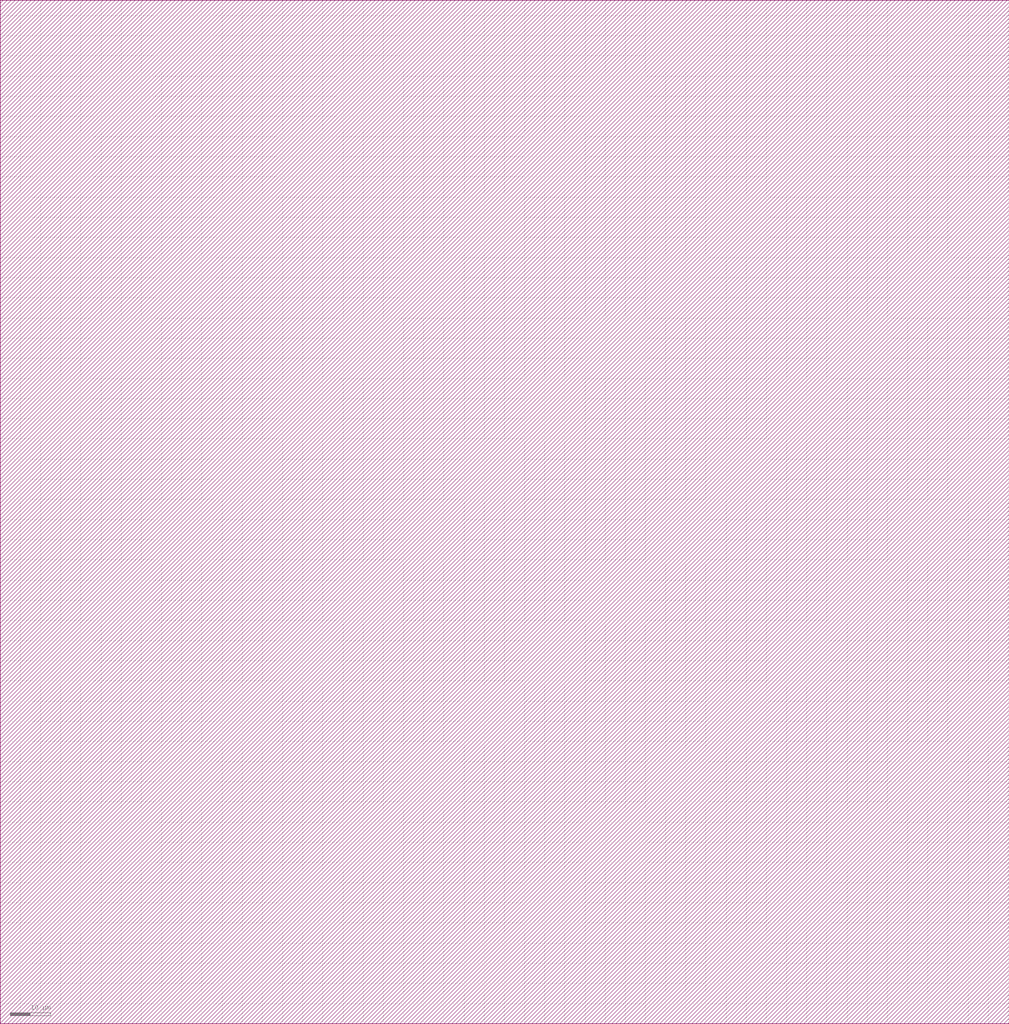
<source format=lef>
VERSION 5.6 ;

BUSBITCHARS "[]" ;

DIVIDERCHAR "/" ;

UNITS
    DATABASE MICRONS 1000 ;
END UNITS

MANUFACTURINGGRID 0.005000 ; 

CLEARANCEMEASURE EUCLIDEAN ; 

USEMINSPACING OBS ON ; 

SITE CoreSite
    CLASS CORE ;
    SIZE 0.600000 BY 0.300000 ;
END CoreSite

LAYER li
   TYPE ROUTING ;
   DIRECTION VERTICAL ;
   MINWIDTH 0.300000 ;
   AREA 0.056250 ;
   WIDTH 0.300000 ;
   SPACINGTABLE
      PARALLELRUNLENGTH 0.0
      WIDTH 0.0 0.225000 ;
   PITCH 0.600000 0.600000 ;
END li

LAYER mcon
    TYPE CUT ;
    SPACING 0.225000 ;
    WIDTH 0.300000 ;
    ENCLOSURE ABOVE 0.075000 0.075000 ;
    ENCLOSURE BELOW 0.000000 0.000000 ;
END mcon

LAYER met1
   TYPE ROUTING ;
   DIRECTION HORIZONTAL ;
   MINWIDTH 0.150000 ;
   AREA 0.084375 ;
   WIDTH 0.150000 ;
   SPACINGTABLE
      PARALLELRUNLENGTH 0.0
      WIDTH 0.0 0.150000 ;
   PITCH 0.300000 0.300000 ;
END met1

LAYER v1
    TYPE CUT ;
    SPACING 0.075000 ;
    WIDTH 0.300000 ;
    ENCLOSURE ABOVE 0.075000 0.075000 ;
    ENCLOSURE BELOW 0.075000 0.075000 ;
END v1

LAYER met2
   TYPE ROUTING ;
   DIRECTION VERTICAL ;
   MINWIDTH 0.150000 ;
   AREA 0.073125 ;
   WIDTH 0.150000 ;
   SPACINGTABLE
      PARALLELRUNLENGTH 0.0
      WIDTH 0.0 0.150000 ;
   PITCH 0.300000 0.300000 ;
END met2

LAYER v2
    TYPE CUT ;
    SPACING 0.150000 ;
    WIDTH 0.300000 ;
    ENCLOSURE ABOVE 0.075000 0.075000 ;
    ENCLOSURE BELOW 0.075000 0.000000 ;
END v2

LAYER met3
   TYPE ROUTING ;
   DIRECTION HORIZONTAL ;
   MINWIDTH 0.300000 ;
   AREA 0.241875 ;
   WIDTH 0.300000 ;
   SPACINGTABLE
      PARALLELRUNLENGTH 0.0
      WIDTH 0.0 0.300000 ;
   PITCH 0.600000 0.600000 ;
END met3

LAYER v3
    TYPE CUT ;
    SPACING 0.150000 ;
    WIDTH 0.450000 ;
    ENCLOSURE ABOVE 0.075000 0.075000 ;
    ENCLOSURE BELOW 0.075000 0.000000 ;
END v3

LAYER met4
   TYPE ROUTING ;
   DIRECTION VERTICAL ;
   MINWIDTH 0.300000 ;
   AREA 0.241875 ;
   WIDTH 0.300000 ;
   SPACINGTABLE
      PARALLELRUNLENGTH 0.0
      WIDTH 0.0 0.300000 ;
   PITCH 0.600000 0.600000 ;
END met4

LAYER v4
    TYPE CUT ;
    SPACING 0.450000 ;
    WIDTH 1.200000 ;
    ENCLOSURE ABOVE 0.150000 0.150000 ;
    ENCLOSURE BELOW 0.000000 0.000000 ;
END v4

LAYER met5
   TYPE ROUTING ;
   DIRECTION HORIZONTAL ;
   MINWIDTH 1.650000 ;
   AREA 4.005000 ;
   WIDTH 1.650000 ;
   SPACINGTABLE
      PARALLELRUNLENGTH 0.0
      WIDTH 0.0 1.650000 ;
   PITCH 3.300000 3.300000 ;
END met5

LAYER OVERLAP
   TYPE OVERLAP ;
END OVERLAP

VIA mcon_C DEFAULT
   LAYER li ;
     RECT -0.150000 -0.150000 0.150000 0.150000 ;
   LAYER mcon ;
     RECT -0.150000 -0.150000 0.150000 0.150000 ;
   LAYER met1 ;
     RECT -0.225000 -0.225000 0.225000 0.225000 ;
END mcon_C

VIA v1_C DEFAULT
   LAYER met1 ;
     RECT -0.225000 -0.225000 0.225000 0.225000 ;
   LAYER v1 ;
     RECT -0.150000 -0.150000 0.150000 0.150000 ;
   LAYER met2 ;
     RECT -0.225000 -0.225000 0.225000 0.225000 ;
END v1_C

VIA v2_C DEFAULT
   LAYER met2 ;
     RECT -0.150000 -0.225000 0.150000 0.225000 ;
   LAYER v2 ;
     RECT -0.150000 -0.150000 0.150000 0.150000 ;
   LAYER met3 ;
     RECT -0.225000 -0.225000 0.225000 0.225000 ;
END v2_C

VIA v2_Ch
   LAYER met2 ;
     RECT -0.225000 -0.150000 0.225000 0.150000 ;
   LAYER v2 ;
     RECT -0.150000 -0.150000 0.150000 0.150000 ;
   LAYER met3 ;
     RECT -0.225000 -0.225000 0.225000 0.225000 ;
END v2_Ch

VIA v2_Cv
   LAYER met2 ;
     RECT -0.150000 -0.225000 0.150000 0.225000 ;
   LAYER v2 ;
     RECT -0.150000 -0.150000 0.150000 0.150000 ;
   LAYER met3 ;
     RECT -0.225000 -0.225000 0.225000 0.225000 ;
END v2_Cv

VIA v3_C DEFAULT
   LAYER met3 ;
     RECT -0.300000 -0.225000 0.300000 0.225000 ;
   LAYER v3 ;
     RECT -0.225000 -0.225000 0.225000 0.225000 ;
   LAYER met4 ;
     RECT -0.300000 -0.300000 0.300000 0.300000 ;
END v3_C

VIA v3_Ch
   LAYER met3 ;
     RECT -0.300000 -0.225000 0.300000 0.225000 ;
   LAYER v3 ;
     RECT -0.225000 -0.225000 0.225000 0.225000 ;
   LAYER met4 ;
     RECT -0.300000 -0.300000 0.300000 0.300000 ;
END v3_Ch

VIA v3_Cv
   LAYER met3 ;
     RECT -0.300000 -0.225000 0.300000 0.225000 ;
   LAYER v3 ;
     RECT -0.225000 -0.225000 0.225000 0.225000 ;
   LAYER met4 ;
     RECT -0.300000 -0.300000 0.300000 0.300000 ;
END v3_Cv

VIA v4_C DEFAULT
   LAYER met4 ;
     RECT -0.600000 -0.600000 0.600000 0.600000 ;
   LAYER v4 ;
     RECT -0.600000 -0.600000 0.600000 0.600000 ;
   LAYER met5 ;
     RECT -0.750000 -0.750000 0.750000 0.750000 ;
END v4_C

MACRO _0_0std_0_0cells_0_0XOR2X1
    CLASS CORE ;
    FOREIGN _0_0std_0_0cells_0_0XOR2X1 0.000000 0.000000 ;
    ORIGIN 0.000000 0.000000 ;
    SIZE 6.600000 BY 4.500000 ;
    SYMMETRY X Y ;
    SITE CoreSite ;
    PIN A
        DIRECTION INPUT ;
        USE SIGNAL ;
        PORT
        LAYER li ;
        RECT 1.875000 3.525000 2.700000 3.600000 ;
        RECT 1.875000 3.300000 1.950000 3.525000 ;
        RECT 1.950000 3.300000 2.175000 3.525000 ;
        RECT 2.175000 3.600000 2.625000 4.125000 ;
        RECT 2.175000 3.300000 2.700000 3.525000 ;
        END
        ANTENNAGATEAREA 0.438750 ;
    END A
    PIN B
        DIRECTION INPUT ;
        USE SIGNAL ;
        PORT
        LAYER li ;
        RECT 0.600000 3.300000 1.050000 4.125000 ;
        RECT 0.825000 3.150000 1.050000 3.300000 ;
        RECT 0.825000 2.925000 1.050000 3.150000 ;
        RECT 0.825000 2.850000 1.050000 2.925000 ;
        END
        ANTENNAGATEAREA 0.157500 ;
    END B
    PIN Y
        DIRECTION OUTPUT ;
        USE SIGNAL ;
        PORT
        LAYER li ;
        RECT 0.300000 0.675000 0.675000 0.750000 ;
        RECT 0.300000 0.450000 0.900000 0.675000 ;
        RECT 0.300000 0.150000 0.825000 0.450000 ;
        RECT 0.450000 0.750000 0.675000 0.825000 ;
        RECT 0.675000 0.675000 0.900000 0.900000 ;
        RECT 0.600000 0.825000 0.675000 0.900000 ;
        END
    END Y
    PIN Vdd
        DIRECTION INPUT ;
        USE POWER ;
        PORT
        LAYER met1 ;
        RECT 3.300000 3.975000 3.975000 4.125000 ;
        RECT 3.300000 3.750000 3.600000 3.975000 ;
        RECT 3.300000 3.675000 3.975000 3.750000 ;
        RECT 3.600000 3.750000 3.825000 3.975000 ;
        RECT 3.825000 3.750000 3.975000 3.975000 ;
        END
    END Vdd
    PIN GND
        DIRECTION INPUT ;
        USE GROUND ;
        PORT
        LAYER met1 ;
        RECT 1.125000 1.425000 2.850000 1.500000 ;
        RECT 1.125000 1.200000 1.200000 1.425000 ;
        RECT 1.125000 1.125000 1.500000 1.200000 ;
        RECT 1.200000 1.200000 1.425000 1.425000 ;
        RECT 1.425000 1.350000 2.850000 1.425000 ;
        RECT 1.425000 1.200000 1.500000 1.350000 ;
        RECT 2.700000 1.650000 5.175000 1.800000 ;
        RECT 2.700000 1.500000 2.850000 1.650000 ;
        RECT 5.025000 0.975000 5.175000 1.650000 ;
        RECT 5.025000 0.825000 5.775000 0.975000 ;
        RECT 5.700000 0.750000 5.775000 0.825000 ;
        RECT 5.700000 0.675000 6.300000 0.750000 ;
        RECT 5.700000 0.975000 6.075000 1.050000 ;
        RECT 5.775000 0.750000 6.000000 0.975000 ;
        RECT 5.775000 0.225000 6.300000 0.675000 ;
        RECT 6.000000 0.900000 6.075000 0.975000 ;
        RECT 6.000000 0.750000 6.300000 0.900000 ;
        END
    END GND
    OBS
        LAYER li ;
        RECT 1.725000 1.050000 2.175000 1.125000 ;
        RECT 0.675000 2.325000 0.900000 2.400000 ;
        RECT 0.675000 2.100000 0.900000 2.325000 ;
        RECT 0.675000 1.425000 0.900000 2.100000 ;
        RECT 0.675000 1.200000 0.900000 1.425000 ;
        RECT 0.675000 1.125000 0.900000 1.200000 ;
        RECT 1.200000 2.550000 1.500000 2.625000 ;
        RECT 1.200000 2.325000 1.425000 2.550000 ;
        RECT 1.200000 2.250000 1.425000 2.325000 ;
        RECT 1.200000 1.425000 1.425000 1.500000 ;
        RECT 1.200000 1.200000 1.425000 1.425000 ;
        RECT 1.200000 1.125000 1.425000 1.200000 ;
        RECT 1.950000 0.750000 2.175000 1.050000 ;
        RECT 1.950000 0.525000 2.175000 0.750000 ;
        RECT 1.950000 0.450000 2.175000 0.525000 ;
        RECT 1.275000 2.850000 4.950000 3.075000 ;
        RECT 1.275000 2.625000 1.500000 2.850000 ;
        RECT 1.425000 2.400000 1.500000 2.550000 ;
        RECT 4.950000 2.850000 5.175000 3.075000 ;
        RECT 1.725000 2.325000 1.950000 2.400000 ;
        RECT 1.725000 2.100000 1.950000 2.325000 ;
        RECT 1.725000 1.350000 1.950000 2.100000 ;
        RECT 1.725000 1.125000 1.950000 1.350000 ;
        RECT 2.550000 1.050000 2.775000 1.125000 ;
        RECT 2.550000 0.825000 2.775000 1.050000 ;
        RECT 2.550000 0.750000 4.350000 0.825000 ;
        RECT 2.775000 0.675000 4.350000 0.750000 ;
        RECT 5.175000 2.850000 5.250000 3.075000 ;
        RECT 1.950000 1.125000 2.175000 1.275000 ;
        RECT 2.775000 0.900000 3.000000 0.975000 ;
        RECT 2.775000 0.825000 4.425000 0.900000 ;
        RECT 5.775000 0.225000 6.300000 0.750000 ;
        RECT 4.425000 0.825000 4.650000 1.050000 ;
        RECT 4.950000 0.750000 5.775000 0.825000 ;
        RECT 2.475000 2.100000 2.550000 2.325000 ;
        RECT 3.600000 1.125000 3.825000 1.200000 ;
        RECT 4.125000 0.900000 4.425000 1.050000 ;
        RECT 4.650000 0.825000 4.725000 1.050000 ;
        RECT 5.775000 0.750000 6.000000 0.975000 ;
        RECT 2.550000 2.100000 2.775000 2.325000 ;
        RECT 6.000000 0.900000 6.225000 0.975000 ;
        RECT 6.000000 0.750000 6.300000 0.900000 ;
        RECT 2.775000 2.100000 2.850000 2.325000 ;
        RECT 3.000000 1.200000 3.075000 1.425000 ;
        RECT 4.950000 1.050000 5.175000 1.125000 ;
        RECT 4.950000 0.825000 5.175000 1.050000 ;
        RECT 3.075000 1.425000 3.300000 2.100000 ;
        RECT 3.075000 1.200000 3.300000 1.425000 ;
        RECT 5.175000 0.825000 5.775000 0.975000 ;
        RECT 3.300000 3.975000 3.975000 4.125000 ;
        RECT 3.300000 3.750000 3.600000 3.975000 ;
        RECT 3.300000 3.675000 3.975000 3.750000 ;
        RECT 3.075000 2.325000 3.300000 2.400000 ;
        RECT 3.075000 2.100000 3.300000 2.325000 ;
        RECT 3.300000 1.200000 3.375000 1.425000 ;
        RECT 3.600000 3.750000 3.825000 3.975000 ;
        RECT 3.600000 3.075000 3.825000 3.675000 ;
        RECT 3.825000 3.750000 3.975000 3.975000 ;
        RECT 3.525000 2.100000 3.600000 2.325000 ;
        RECT 4.200000 3.075000 4.425000 3.150000 ;
        RECT 3.600000 2.100000 3.825000 2.325000 ;
        RECT 3.600000 1.425000 5.625000 1.500000 ;
        RECT 3.600000 1.200000 3.825000 1.425000 ;
        RECT 3.825000 2.100000 4.425000 2.325000 ;
        RECT 3.675000 1.500000 5.625000 1.650000 ;
        RECT 3.825000 1.200000 3.900000 1.425000 ;
        RECT 4.425000 2.100000 4.650000 2.325000 ;
        RECT 4.725000 3.675000 4.950000 3.750000 ;
        RECT 4.725000 3.450000 4.950000 3.675000 ;
        RECT 4.725000 3.375000 4.950000 3.450000 ;
        RECT 4.650000 2.100000 4.725000 2.325000 ;
        RECT 4.950000 3.450000 5.025000 3.675000 ;
        RECT 5.025000 3.450000 5.250000 3.675000 ;
        RECT 5.400000 1.200000 5.475000 1.425000 ;
        RECT 5.400000 2.100000 5.475000 2.325000 ;
        RECT 5.475000 1.200000 5.700000 1.425000 ;
        RECT 5.475000 2.100000 5.700000 2.325000 ;
        RECT 5.700000 1.200000 5.775000 1.425000 ;
        RECT 5.700000 3.675000 5.925000 3.750000 ;
        RECT 5.700000 3.450000 5.925000 3.675000 ;
        RECT 5.700000 3.000000 5.925000 3.450000 ;
        RECT 5.700000 2.775000 5.925000 3.000000 ;
        RECT 5.700000 2.100000 5.775000 2.325000 ;
        LAYER met1 ;
        RECT 0.600000 2.325000 0.975000 2.400000 ;
        RECT 0.600000 2.100000 0.675000 2.325000 ;
        RECT 0.600000 2.025000 0.975000 2.100000 ;
        RECT 0.600000 0.900000 3.150000 0.975000 ;
        RECT 0.600000 0.675000 0.675000 0.900000 ;
        RECT 0.600000 0.600000 0.975000 0.675000 ;
        RECT 0.675000 2.100000 0.900000 2.325000 ;
        RECT 0.675000 0.675000 0.900000 0.900000 ;
        RECT 0.750000 3.150000 1.125000 3.225000 ;
        RECT 0.750000 2.925000 0.825000 3.150000 ;
        RECT 0.750000 2.850000 5.175000 2.925000 ;
        RECT 0.900000 2.100000 0.975000 2.325000 ;
        RECT 0.900000 0.825000 3.150000 0.900000 ;
        RECT 0.900000 0.675000 0.975000 0.825000 ;
        RECT 0.825000 2.925000 1.050000 3.150000 ;
        RECT 0.825000 2.550000 5.850000 2.625000 ;
        RECT 0.825000 2.475000 2.325000 2.550000 ;
        RECT 0.825000 2.400000 0.975000 2.475000 ;
        RECT 1.050000 3.000000 1.125000 3.150000 ;
        RECT 1.050000 2.925000 5.175000 3.000000 ;
        RECT 2.175000 2.625000 3.150000 2.700000 ;
        RECT 2.475000 2.325000 2.850000 2.400000 ;
        RECT 2.475000 2.100000 2.550000 2.325000 ;
        RECT 4.950000 3.675000 5.325000 3.750000 ;
        RECT 2.550000 2.100000 2.775000 2.325000 ;
        RECT 3.000000 1.425000 3.375000 1.500000 ;
        RECT 3.000000 1.125000 3.375000 1.200000 ;
        RECT 3.000000 0.975000 3.150000 1.125000 ;
        RECT 3.000000 2.475000 4.950000 2.550000 ;
        RECT 2.775000 2.175000 5.775000 2.325000 ;
        RECT 2.775000 2.100000 2.850000 2.175000 ;
        RECT 2.475000 2.025000 2.850000 2.100000 ;
        RECT 4.950000 3.450000 5.025000 3.675000 ;
        RECT 4.950000 3.375000 5.325000 3.450000 ;
        RECT 4.800000 2.625000 5.850000 2.700000 ;
        RECT 5.025000 3.450000 5.250000 3.675000 ;
        RECT 5.025000 3.000000 5.175000 3.375000 ;
        RECT 5.250000 3.450000 5.325000 3.675000 ;
        RECT 5.400000 2.025000 5.775000 2.175000 ;
        RECT 3.000000 1.200000 3.075000 1.425000 ;
        RECT 5.625000 3.000000 6.000000 3.075000 ;
        RECT 5.625000 2.775000 5.700000 3.000000 ;
        RECT 5.625000 2.700000 6.000000 2.775000 ;
        RECT 3.075000 1.200000 3.300000 1.425000 ;
        RECT 5.700000 2.775000 5.925000 3.000000 ;
        RECT 5.400000 2.325000 5.775000 2.400000 ;
        RECT 3.300000 1.200000 3.375000 1.425000 ;
        RECT 5.925000 2.775000 6.000000 3.000000 ;
    END
END _0_0std_0_0cells_0_0XOR2X1

MACRO welltap_svt
    CLASS CORE WELLTAP ;
    FOREIGN welltap_svt 0.000000 0.000000 ;
    ORIGIN 0.000000 0.000000 ;
    SIZE 1.200000 BY 2.100000 ;
    SYMMETRY X Y ;
    SITE CoreSite ;
    PIN Vdd
        DIRECTION INPUT ;
        USE POWER ;
        PORT
        LAYER li ;
        RECT 0.600000 1.500000 0.900000 1.800000 ;
        END
    END Vdd
    PIN GND
        DIRECTION INPUT ;
        USE GROUND ;
        PORT
        LAYER li ;
        RECT 0.600000 0.300000 0.900000 0.600000 ;
        END
    END GND
END welltap_svt

MACRO circuitppnp
   CLASS CORE ;
   FOREIGN circuitppnp 0.000000 0.000000 ;
   ORIGIN 0.000000 0.000000 ; 
   SIZE 250.200000 BY 253.800000 ; 
   SYMMETRY X Y ;
   SITE CoreSite ;
END circuitppnp

MACRO circuitwell
   CLASS CORE ;
   FOREIGN circuitwell 0.000000 0.000000 ;
   ORIGIN 0.000000 0.000000 ; 
   SIZE 250.200000 BY 253.800000 ; 
   SYMMETRY X Y ;
   SITE CoreSite ;
END circuitwell


</source>
